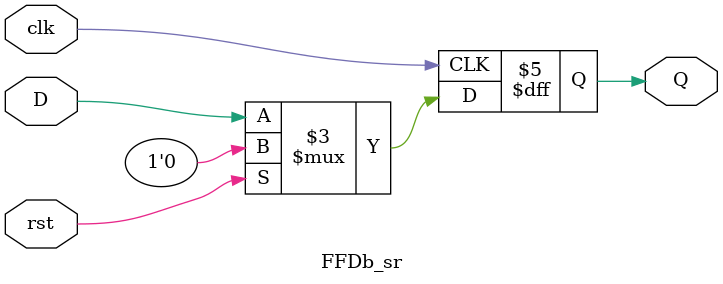
<source format=v>
/* * * * * * * * * * * * * * * * * * * * * * * * * * * * * * * * * * * * * * * 
 * Module: Flip-flop T                                                       * 
 * Verilog style: Structural                                                 * 
 * Reset: Synchronous                                                        * 
 * Author: Ricardo Menotti <menotti AT ufscar DOT br>                        * 
 * * * * * * * * * * * * * * * * * * * * * * * * * * * * * * * * * * * * * * */

module FFTs(
    input clk, rst, T,
    output Q);

    xor (D, T, Q);
    FFDb_sr ffd(clk, rst, D, Q);
endmodule

//`include "FFDb_sr.v"
module FFDb_sr(
    input clk, rst, D,
    output reg Q);

    always@(posedge clk)
        if (rst)
            Q = 'b0;
        else
            Q = D;
endmodule

</source>
